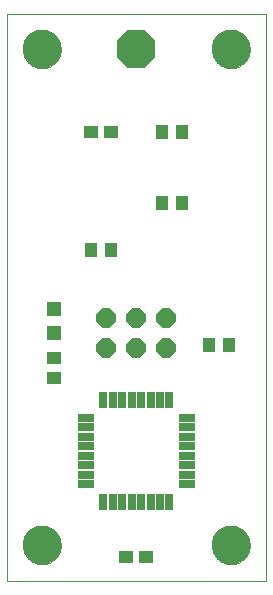
<source format=gbs>
G75*
G70*
%OFA0B0*%
%FSLAX24Y24*%
%IPPOS*%
%LPD*%
%AMOC8*
5,1,8,0,0,1.08239X$1,22.5*
%
%ADD10C,0.0000*%
%ADD11C,0.1300*%
%ADD12OC8,0.0640*%
%ADD13R,0.0473X0.0434*%
%ADD14R,0.0260X0.0540*%
%ADD15R,0.0540X0.0260*%
%ADD16R,0.0434X0.0473*%
%ADD17R,0.0512X0.0512*%
%ADD18OC8,0.1290*%
D10*
X000574Y000574D02*
X000574Y019471D01*
X009235Y019471D01*
X009235Y000574D01*
X000574Y000574D01*
X001125Y001755D02*
X001127Y001805D01*
X001133Y001855D01*
X001143Y001904D01*
X001157Y001952D01*
X001174Y001999D01*
X001195Y002044D01*
X001220Y002088D01*
X001248Y002129D01*
X001280Y002168D01*
X001314Y002205D01*
X001351Y002239D01*
X001391Y002269D01*
X001433Y002296D01*
X001477Y002320D01*
X001523Y002341D01*
X001570Y002357D01*
X001618Y002370D01*
X001668Y002379D01*
X001717Y002384D01*
X001768Y002385D01*
X001818Y002382D01*
X001867Y002375D01*
X001916Y002364D01*
X001964Y002349D01*
X002010Y002331D01*
X002055Y002309D01*
X002098Y002283D01*
X002139Y002254D01*
X002178Y002222D01*
X002214Y002187D01*
X002246Y002149D01*
X002276Y002109D01*
X002303Y002066D01*
X002326Y002022D01*
X002345Y001976D01*
X002361Y001928D01*
X002373Y001879D01*
X002381Y001830D01*
X002385Y001780D01*
X002385Y001730D01*
X002381Y001680D01*
X002373Y001631D01*
X002361Y001582D01*
X002345Y001534D01*
X002326Y001488D01*
X002303Y001444D01*
X002276Y001401D01*
X002246Y001361D01*
X002214Y001323D01*
X002178Y001288D01*
X002139Y001256D01*
X002098Y001227D01*
X002055Y001201D01*
X002010Y001179D01*
X001964Y001161D01*
X001916Y001146D01*
X001867Y001135D01*
X001818Y001128D01*
X001768Y001125D01*
X001717Y001126D01*
X001668Y001131D01*
X001618Y001140D01*
X001570Y001153D01*
X001523Y001169D01*
X001477Y001190D01*
X001433Y001214D01*
X001391Y001241D01*
X001351Y001271D01*
X001314Y001305D01*
X001280Y001342D01*
X001248Y001381D01*
X001220Y001422D01*
X001195Y001466D01*
X001174Y001511D01*
X001157Y001558D01*
X001143Y001606D01*
X001133Y001655D01*
X001127Y001705D01*
X001125Y001755D01*
X007424Y001755D02*
X007426Y001805D01*
X007432Y001855D01*
X007442Y001904D01*
X007456Y001952D01*
X007473Y001999D01*
X007494Y002044D01*
X007519Y002088D01*
X007547Y002129D01*
X007579Y002168D01*
X007613Y002205D01*
X007650Y002239D01*
X007690Y002269D01*
X007732Y002296D01*
X007776Y002320D01*
X007822Y002341D01*
X007869Y002357D01*
X007917Y002370D01*
X007967Y002379D01*
X008016Y002384D01*
X008067Y002385D01*
X008117Y002382D01*
X008166Y002375D01*
X008215Y002364D01*
X008263Y002349D01*
X008309Y002331D01*
X008354Y002309D01*
X008397Y002283D01*
X008438Y002254D01*
X008477Y002222D01*
X008513Y002187D01*
X008545Y002149D01*
X008575Y002109D01*
X008602Y002066D01*
X008625Y002022D01*
X008644Y001976D01*
X008660Y001928D01*
X008672Y001879D01*
X008680Y001830D01*
X008684Y001780D01*
X008684Y001730D01*
X008680Y001680D01*
X008672Y001631D01*
X008660Y001582D01*
X008644Y001534D01*
X008625Y001488D01*
X008602Y001444D01*
X008575Y001401D01*
X008545Y001361D01*
X008513Y001323D01*
X008477Y001288D01*
X008438Y001256D01*
X008397Y001227D01*
X008354Y001201D01*
X008309Y001179D01*
X008263Y001161D01*
X008215Y001146D01*
X008166Y001135D01*
X008117Y001128D01*
X008067Y001125D01*
X008016Y001126D01*
X007967Y001131D01*
X007917Y001140D01*
X007869Y001153D01*
X007822Y001169D01*
X007776Y001190D01*
X007732Y001214D01*
X007690Y001241D01*
X007650Y001271D01*
X007613Y001305D01*
X007579Y001342D01*
X007547Y001381D01*
X007519Y001422D01*
X007494Y001466D01*
X007473Y001511D01*
X007456Y001558D01*
X007442Y001606D01*
X007432Y001655D01*
X007426Y001705D01*
X007424Y001755D01*
X007424Y018290D02*
X007426Y018340D01*
X007432Y018390D01*
X007442Y018439D01*
X007456Y018487D01*
X007473Y018534D01*
X007494Y018579D01*
X007519Y018623D01*
X007547Y018664D01*
X007579Y018703D01*
X007613Y018740D01*
X007650Y018774D01*
X007690Y018804D01*
X007732Y018831D01*
X007776Y018855D01*
X007822Y018876D01*
X007869Y018892D01*
X007917Y018905D01*
X007967Y018914D01*
X008016Y018919D01*
X008067Y018920D01*
X008117Y018917D01*
X008166Y018910D01*
X008215Y018899D01*
X008263Y018884D01*
X008309Y018866D01*
X008354Y018844D01*
X008397Y018818D01*
X008438Y018789D01*
X008477Y018757D01*
X008513Y018722D01*
X008545Y018684D01*
X008575Y018644D01*
X008602Y018601D01*
X008625Y018557D01*
X008644Y018511D01*
X008660Y018463D01*
X008672Y018414D01*
X008680Y018365D01*
X008684Y018315D01*
X008684Y018265D01*
X008680Y018215D01*
X008672Y018166D01*
X008660Y018117D01*
X008644Y018069D01*
X008625Y018023D01*
X008602Y017979D01*
X008575Y017936D01*
X008545Y017896D01*
X008513Y017858D01*
X008477Y017823D01*
X008438Y017791D01*
X008397Y017762D01*
X008354Y017736D01*
X008309Y017714D01*
X008263Y017696D01*
X008215Y017681D01*
X008166Y017670D01*
X008117Y017663D01*
X008067Y017660D01*
X008016Y017661D01*
X007967Y017666D01*
X007917Y017675D01*
X007869Y017688D01*
X007822Y017704D01*
X007776Y017725D01*
X007732Y017749D01*
X007690Y017776D01*
X007650Y017806D01*
X007613Y017840D01*
X007579Y017877D01*
X007547Y017916D01*
X007519Y017957D01*
X007494Y018001D01*
X007473Y018046D01*
X007456Y018093D01*
X007442Y018141D01*
X007432Y018190D01*
X007426Y018240D01*
X007424Y018290D01*
X001125Y018290D02*
X001127Y018340D01*
X001133Y018390D01*
X001143Y018439D01*
X001157Y018487D01*
X001174Y018534D01*
X001195Y018579D01*
X001220Y018623D01*
X001248Y018664D01*
X001280Y018703D01*
X001314Y018740D01*
X001351Y018774D01*
X001391Y018804D01*
X001433Y018831D01*
X001477Y018855D01*
X001523Y018876D01*
X001570Y018892D01*
X001618Y018905D01*
X001668Y018914D01*
X001717Y018919D01*
X001768Y018920D01*
X001818Y018917D01*
X001867Y018910D01*
X001916Y018899D01*
X001964Y018884D01*
X002010Y018866D01*
X002055Y018844D01*
X002098Y018818D01*
X002139Y018789D01*
X002178Y018757D01*
X002214Y018722D01*
X002246Y018684D01*
X002276Y018644D01*
X002303Y018601D01*
X002326Y018557D01*
X002345Y018511D01*
X002361Y018463D01*
X002373Y018414D01*
X002381Y018365D01*
X002385Y018315D01*
X002385Y018265D01*
X002381Y018215D01*
X002373Y018166D01*
X002361Y018117D01*
X002345Y018069D01*
X002326Y018023D01*
X002303Y017979D01*
X002276Y017936D01*
X002246Y017896D01*
X002214Y017858D01*
X002178Y017823D01*
X002139Y017791D01*
X002098Y017762D01*
X002055Y017736D01*
X002010Y017714D01*
X001964Y017696D01*
X001916Y017681D01*
X001867Y017670D01*
X001818Y017663D01*
X001768Y017660D01*
X001717Y017661D01*
X001668Y017666D01*
X001618Y017675D01*
X001570Y017688D01*
X001523Y017704D01*
X001477Y017725D01*
X001433Y017749D01*
X001391Y017776D01*
X001351Y017806D01*
X001314Y017840D01*
X001280Y017877D01*
X001248Y017916D01*
X001220Y017957D01*
X001195Y018001D01*
X001174Y018046D01*
X001157Y018093D01*
X001143Y018141D01*
X001133Y018190D01*
X001127Y018240D01*
X001125Y018290D01*
D11*
X001755Y018290D03*
X008054Y018290D03*
X008054Y001755D03*
X001755Y001755D03*
D12*
X003904Y008341D03*
X003904Y009341D03*
X004904Y009341D03*
X004904Y008341D03*
X005904Y008341D03*
X005904Y009341D03*
D13*
X004058Y015534D03*
X003389Y015534D03*
X002149Y007995D03*
X002149Y007326D03*
X004570Y001361D03*
X005239Y001361D03*
D14*
X005377Y003214D03*
X005062Y003214D03*
X004747Y003214D03*
X004432Y003214D03*
X004117Y003214D03*
X003802Y003214D03*
X003802Y006594D03*
X004117Y006594D03*
X004432Y006594D03*
X004747Y006594D03*
X005062Y006594D03*
X005377Y006594D03*
X005692Y006594D03*
X006007Y006594D03*
X006007Y003214D03*
X005692Y003214D03*
D15*
X006594Y003802D03*
X006594Y004117D03*
X006594Y004432D03*
X006594Y004747D03*
X006594Y005062D03*
X006594Y005377D03*
X006594Y005692D03*
X006594Y006007D03*
X003214Y006007D03*
X003214Y005692D03*
X003214Y005377D03*
X003214Y005062D03*
X003214Y004747D03*
X003214Y004432D03*
X003214Y004117D03*
X003214Y003802D03*
D16*
X003389Y011597D03*
X004058Y011597D03*
X005751Y013172D03*
X006420Y013172D03*
X006420Y015534D03*
X005751Y015534D03*
X007326Y008448D03*
X007995Y008448D03*
D17*
X002149Y008822D03*
X002149Y009649D03*
D18*
X004904Y018290D03*
M02*

</source>
